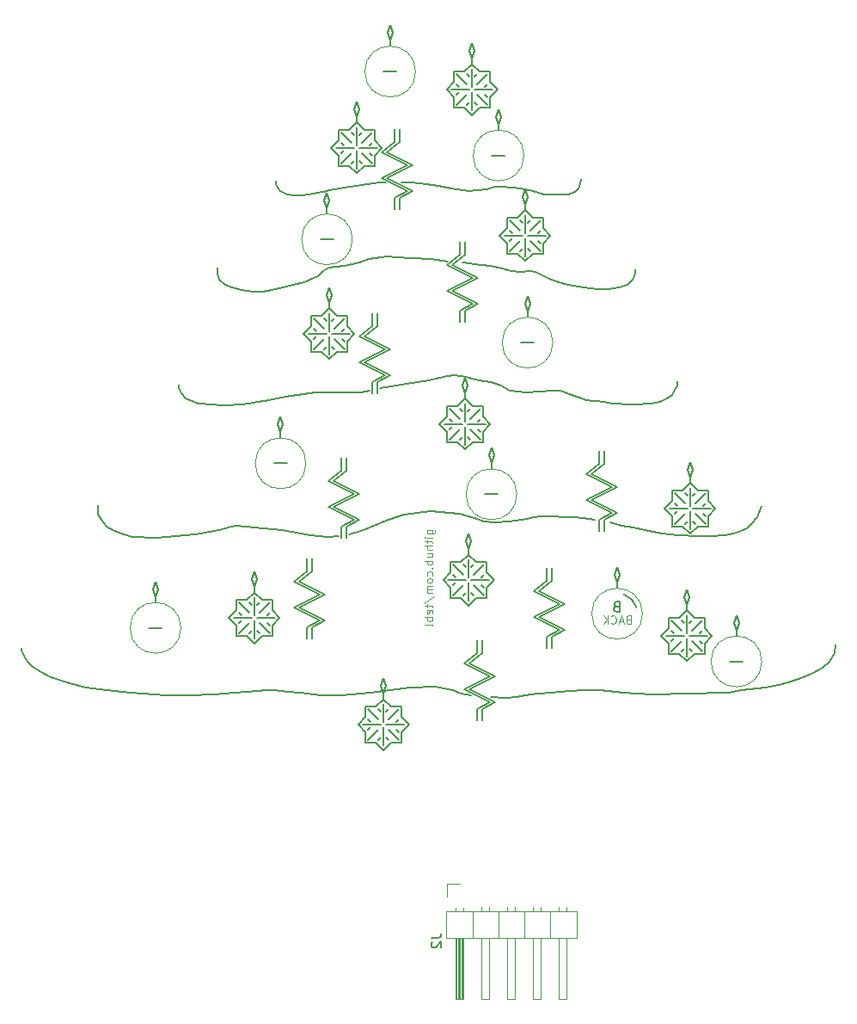
<source format=gbo>
G04 #@! TF.GenerationSoftware,KiCad,Pcbnew,(5.1.5)-3*
G04 #@! TF.CreationDate,2020-10-31T02:18:31+01:00*
G04 #@! TF.ProjectId,Christmas B,43687269-7374-46d6-9173-20422e6b6963,rev?*
G04 #@! TF.SameCoordinates,Original*
G04 #@! TF.FileFunction,Legend,Bot*
G04 #@! TF.FilePolarity,Positive*
%FSLAX46Y46*%
G04 Gerber Fmt 4.6, Leading zero omitted, Abs format (unit mm)*
G04 Created by KiCad (PCBNEW (5.1.5)-3) date 2020-10-31 02:18:32*
%MOMM*%
%LPD*%
G04 APERTURE LIST*
%ADD10C,0.100000*%
%ADD11C,0.200000*%
%ADD12C,0.150000*%
%ADD13C,0.120000*%
G04 APERTURE END LIST*
D10*
X104603571Y-112643190D02*
X105251190Y-112643190D01*
X105327380Y-112605095D01*
X105365476Y-112567000D01*
X105403571Y-112490809D01*
X105403571Y-112376523D01*
X105365476Y-112300333D01*
X105098809Y-112643190D02*
X105136904Y-112567000D01*
X105136904Y-112414619D01*
X105098809Y-112338428D01*
X105060714Y-112300333D01*
X104984523Y-112262238D01*
X104755952Y-112262238D01*
X104679761Y-112300333D01*
X104641666Y-112338428D01*
X104603571Y-112414619D01*
X104603571Y-112567000D01*
X104641666Y-112643190D01*
X105136904Y-113024142D02*
X104603571Y-113024142D01*
X104336904Y-113024142D02*
X104375000Y-112986047D01*
X104413095Y-113024142D01*
X104375000Y-113062238D01*
X104336904Y-113024142D01*
X104413095Y-113024142D01*
X104603571Y-113290809D02*
X104603571Y-113595571D01*
X104336904Y-113405095D02*
X105022619Y-113405095D01*
X105098809Y-113443190D01*
X105136904Y-113519380D01*
X105136904Y-113595571D01*
X105136904Y-113862238D02*
X104336904Y-113862238D01*
X105136904Y-114205095D02*
X104717857Y-114205095D01*
X104641666Y-114167000D01*
X104603571Y-114090809D01*
X104603571Y-113976523D01*
X104641666Y-113900333D01*
X104679761Y-113862238D01*
X104603571Y-114928904D02*
X105136904Y-114928904D01*
X104603571Y-114586047D02*
X105022619Y-114586047D01*
X105098809Y-114624142D01*
X105136904Y-114700333D01*
X105136904Y-114814619D01*
X105098809Y-114890809D01*
X105060714Y-114928904D01*
X105136904Y-115309857D02*
X104336904Y-115309857D01*
X104641666Y-115309857D02*
X104603571Y-115386047D01*
X104603571Y-115538428D01*
X104641666Y-115614619D01*
X104679761Y-115652714D01*
X104755952Y-115690809D01*
X104984523Y-115690809D01*
X105060714Y-115652714D01*
X105098809Y-115614619D01*
X105136904Y-115538428D01*
X105136904Y-115386047D01*
X105098809Y-115309857D01*
X105060714Y-116033666D02*
X105098809Y-116071761D01*
X105136904Y-116033666D01*
X105098809Y-115995571D01*
X105060714Y-116033666D01*
X105136904Y-116033666D01*
X105098809Y-116757476D02*
X105136904Y-116681285D01*
X105136904Y-116528904D01*
X105098809Y-116452714D01*
X105060714Y-116414619D01*
X104984523Y-116376523D01*
X104755952Y-116376523D01*
X104679761Y-116414619D01*
X104641666Y-116452714D01*
X104603571Y-116528904D01*
X104603571Y-116681285D01*
X104641666Y-116757476D01*
X105136904Y-117214619D02*
X105098809Y-117138428D01*
X105060714Y-117100333D01*
X104984523Y-117062238D01*
X104755952Y-117062238D01*
X104679761Y-117100333D01*
X104641666Y-117138428D01*
X104603571Y-117214619D01*
X104603571Y-117328904D01*
X104641666Y-117405095D01*
X104679761Y-117443190D01*
X104755952Y-117481285D01*
X104984523Y-117481285D01*
X105060714Y-117443190D01*
X105098809Y-117405095D01*
X105136904Y-117328904D01*
X105136904Y-117214619D01*
X105136904Y-117824142D02*
X104603571Y-117824142D01*
X104679761Y-117824142D02*
X104641666Y-117862238D01*
X104603571Y-117938428D01*
X104603571Y-118052714D01*
X104641666Y-118128904D01*
X104717857Y-118166999D01*
X105136904Y-118166999D01*
X104717857Y-118166999D02*
X104641666Y-118205095D01*
X104603571Y-118281285D01*
X104603571Y-118395571D01*
X104641666Y-118471761D01*
X104717857Y-118509857D01*
X105136904Y-118509857D01*
X104298809Y-119462238D02*
X105327380Y-118776523D01*
X104603571Y-119614619D02*
X104603571Y-119919380D01*
X104336904Y-119728904D02*
X105022619Y-119728904D01*
X105098809Y-119766999D01*
X105136904Y-119843190D01*
X105136904Y-119919380D01*
X105098809Y-120490809D02*
X105136904Y-120414619D01*
X105136904Y-120262238D01*
X105098809Y-120186047D01*
X105022619Y-120147952D01*
X104717857Y-120147952D01*
X104641666Y-120186047D01*
X104603571Y-120262238D01*
X104603571Y-120414619D01*
X104641666Y-120490809D01*
X104717857Y-120528904D01*
X104794047Y-120528904D01*
X104870238Y-120147952D01*
X105136904Y-120871761D02*
X104336904Y-120871761D01*
X104641666Y-120871761D02*
X104603571Y-120947952D01*
X104603571Y-121100333D01*
X104641666Y-121176523D01*
X104679761Y-121214619D01*
X104755952Y-121252714D01*
X104984523Y-121252714D01*
X105060714Y-121214619D01*
X105098809Y-121176523D01*
X105136904Y-121100333D01*
X105136904Y-120947952D01*
X105098809Y-120871761D01*
X105136904Y-121709857D02*
X105098809Y-121633666D01*
X105022619Y-121595571D01*
X104336904Y-121595571D01*
D11*
X109918500Y-86233000D02*
X108077000Y-85979000D01*
X105346500Y-127698500D02*
X102933500Y-127825500D01*
X107124500Y-128079500D02*
X105346500Y-127698500D01*
X107950000Y-128397000D02*
X107124500Y-128079500D01*
X108902500Y-128587500D02*
X107950000Y-128397000D01*
X112331500Y-128778000D02*
X110871000Y-128714500D01*
X113411000Y-128714500D02*
X112331500Y-128778000D01*
X114236500Y-128587500D02*
X113411000Y-128714500D01*
X114871500Y-128460500D02*
X114236500Y-128587500D01*
X115506500Y-128397000D02*
X114871500Y-128460500D01*
X116840000Y-128270000D02*
X115506500Y-128397000D01*
X118618000Y-128143000D02*
X116840000Y-128270000D01*
X120015000Y-128016000D02*
X118618000Y-128143000D01*
X120777000Y-128016000D02*
X120015000Y-128016000D01*
X121666000Y-128079500D02*
X120777000Y-128016000D01*
X123888500Y-128270000D02*
X121666000Y-128079500D01*
X126746000Y-128460500D02*
X123888500Y-128270000D01*
X130429000Y-128397000D02*
X126746000Y-128460500D01*
X131445000Y-128397000D02*
X130429000Y-128397000D01*
X132778500Y-128333500D02*
X131445000Y-128397000D01*
X133667500Y-128333500D02*
X132778500Y-128333500D01*
X134239000Y-128270000D02*
X133667500Y-128333500D01*
X135636000Y-128079500D02*
X134239000Y-128270000D01*
X137858500Y-127762000D02*
X135636000Y-128079500D01*
X139255500Y-127571500D02*
X137858500Y-127762000D01*
X140144500Y-127254000D02*
X139255500Y-127571500D01*
X141478000Y-126873000D02*
X140144500Y-127254000D01*
X142494000Y-126428500D02*
X141478000Y-126873000D01*
X143573500Y-125857000D02*
X142494000Y-126428500D01*
X144272000Y-125222000D02*
X143573500Y-125857000D01*
X144716500Y-124396500D02*
X144272000Y-125222000D01*
X144716500Y-124396500D02*
X144843500Y-123571000D01*
X99060000Y-128333500D02*
X102933500Y-127825500D01*
X96139000Y-128587500D02*
X99060000Y-128333500D01*
X94107000Y-128524000D02*
X96139000Y-128587500D01*
X93472000Y-128460500D02*
X94107000Y-128524000D01*
X92138500Y-128333500D02*
X93472000Y-128460500D01*
X90868500Y-128206500D02*
X92138500Y-128333500D01*
X89535000Y-128079500D02*
X90868500Y-128206500D01*
X88709500Y-128079500D02*
X89535000Y-128079500D01*
X87947500Y-128143000D02*
X88709500Y-128079500D01*
X84518500Y-128397000D02*
X87947500Y-128143000D01*
X83693000Y-128460500D02*
X84518500Y-128397000D01*
X81089500Y-128524000D02*
X83693000Y-128460500D01*
X80327500Y-128524000D02*
X81089500Y-128524000D01*
X78867000Y-128524000D02*
X80327500Y-128524000D01*
X77787500Y-128460500D02*
X78867000Y-128524000D01*
X75438000Y-128333500D02*
X77787500Y-128460500D01*
X73025000Y-128079500D02*
X75438000Y-128333500D01*
X70993000Y-127762000D02*
X73025000Y-128079500D01*
X69405500Y-127381000D02*
X70993000Y-127762000D01*
X67564000Y-126746000D02*
X69405500Y-127381000D01*
X66611500Y-126301500D02*
X67564000Y-126746000D01*
X65786000Y-125793500D02*
X66611500Y-126301500D01*
X65214500Y-125222000D02*
X65786000Y-125793500D01*
X64960500Y-124841000D02*
X65214500Y-125222000D01*
X64643000Y-124142500D02*
X64960500Y-124841000D01*
X64643000Y-123888500D02*
X64643000Y-124142500D01*
X115125500Y-110998000D02*
X114427000Y-111188500D01*
X115824000Y-110934500D02*
X115125500Y-110998000D01*
X116903500Y-110934500D02*
X115824000Y-110934500D01*
X118237000Y-110998000D02*
X116903500Y-110934500D01*
X119126000Y-111061500D02*
X118237000Y-110998000D01*
X119951500Y-111125000D02*
X119126000Y-111061500D01*
X121094500Y-111252000D02*
X119951500Y-111125000D01*
X123761500Y-111887000D02*
X122618500Y-111569500D01*
X124968000Y-112077500D02*
X123761500Y-111887000D01*
X126047500Y-112331500D02*
X124968000Y-112077500D01*
X127762000Y-112649000D02*
X126047500Y-112331500D01*
X129349500Y-112839500D02*
X127762000Y-112649000D01*
X131445000Y-112903000D02*
X129349500Y-112839500D01*
X132461000Y-112903000D02*
X131445000Y-112903000D01*
X133985000Y-112776000D02*
X132461000Y-112903000D01*
X135128000Y-112585500D02*
X133985000Y-112776000D01*
X135509000Y-112395000D02*
X135128000Y-112585500D01*
X136080500Y-112141000D02*
X135509000Y-112395000D01*
X136525000Y-111696500D02*
X136080500Y-112141000D01*
X137096500Y-111061500D02*
X136525000Y-111696500D01*
X137096500Y-111061500D02*
X137541000Y-109918500D01*
X112776000Y-111442500D02*
X114427000Y-111188500D01*
X111188500Y-111569500D02*
X112776000Y-111442500D01*
X110236000Y-111442500D02*
X111188500Y-111569500D01*
X109283500Y-111125000D02*
X110236000Y-111442500D01*
X107759500Y-110680500D02*
X109283500Y-111125000D01*
X104965500Y-110426500D02*
X107759500Y-110680500D01*
X102362000Y-110744000D02*
X104965500Y-110426500D01*
X100520500Y-111379000D02*
X102362000Y-110744000D01*
X98361500Y-112331500D02*
X100520500Y-111379000D01*
X97472500Y-112585500D02*
X98361500Y-112331500D01*
X96901000Y-112712500D02*
X97472500Y-112585500D01*
X94805500Y-112966500D02*
X95885000Y-112903000D01*
X93091000Y-112776000D02*
X94805500Y-112966500D01*
X90297000Y-112331500D02*
X93091000Y-112776000D01*
X87566500Y-112014000D02*
X90297000Y-112331500D01*
X85852000Y-111887000D02*
X87566500Y-112014000D01*
X85344000Y-111950500D02*
X85852000Y-111887000D01*
X84137500Y-112268000D02*
X85344000Y-111950500D01*
X82232500Y-112649000D02*
X84137500Y-112268000D01*
X81788000Y-112712500D02*
X82232500Y-112649000D01*
X77914500Y-113093500D02*
X81788000Y-112712500D01*
X75565000Y-112966500D02*
X77914500Y-113093500D01*
X74739500Y-112712500D02*
X75565000Y-112966500D01*
X73787000Y-112395000D02*
X74739500Y-112712500D01*
X73025000Y-111950500D02*
X73787000Y-112395000D01*
X72517000Y-111315500D02*
X73025000Y-111950500D01*
X72199500Y-110744000D02*
X72517000Y-111315500D01*
X72199500Y-109855000D02*
X72199500Y-110744000D01*
X107315000Y-97091500D02*
X106553000Y-97155000D01*
X108394500Y-97218500D02*
X107315000Y-97091500D01*
X109728000Y-97536000D02*
X108394500Y-97218500D01*
X110871000Y-97726500D02*
X109728000Y-97536000D01*
X111887000Y-98044000D02*
X110871000Y-97726500D01*
X112776000Y-98552000D02*
X111887000Y-98044000D01*
X114363500Y-98742500D02*
X112776000Y-98552000D01*
X115697000Y-98679000D02*
X114363500Y-98742500D01*
X116840000Y-98552000D02*
X115697000Y-98679000D01*
X117729000Y-98552000D02*
X116840000Y-98552000D01*
X118808500Y-98996500D02*
X117729000Y-98552000D01*
X119570500Y-99250500D02*
X118808500Y-98996500D01*
X120269000Y-99504500D02*
X119570500Y-99250500D01*
X120967500Y-99568000D02*
X120269000Y-99504500D01*
X121285000Y-99568000D02*
X120967500Y-99568000D01*
X121983500Y-99695000D02*
X121285000Y-99568000D01*
X122936000Y-99822000D02*
X121983500Y-99695000D01*
X124650500Y-99949000D02*
X122936000Y-99822000D01*
X124968000Y-99949000D02*
X124650500Y-99949000D01*
X126682500Y-99822000D02*
X124968000Y-99949000D01*
X127444500Y-99695000D02*
X126682500Y-99822000D01*
X127698500Y-99631500D02*
X127444500Y-99695000D01*
X128270000Y-99314000D02*
X127698500Y-99631500D01*
X128714500Y-98996500D02*
X128270000Y-99314000D01*
X129032000Y-98488500D02*
X128714500Y-98996500D01*
X129286000Y-98044000D02*
X129032000Y-98488500D01*
X129286000Y-97663000D02*
X129286000Y-98044000D01*
X104775000Y-97599500D02*
X106553000Y-97155000D01*
X102616000Y-97917000D02*
X104775000Y-97599500D01*
X101092000Y-98171000D02*
X102616000Y-97917000D01*
X99949000Y-98361500D02*
X101092000Y-98171000D01*
X98107500Y-98742500D02*
X98933000Y-98615500D01*
X96075500Y-98742500D02*
X98107500Y-98742500D01*
X93599000Y-98742500D02*
X96075500Y-98742500D01*
X90614500Y-99187000D02*
X93599000Y-98742500D01*
X88646000Y-99568000D02*
X90614500Y-99187000D01*
X87884000Y-99695000D02*
X88646000Y-99568000D01*
X87122000Y-99822000D02*
X87884000Y-99695000D01*
X86233000Y-99949000D02*
X87122000Y-99822000D01*
X84772500Y-100012500D02*
X86233000Y-99949000D01*
X82994500Y-99949000D02*
X84772500Y-100012500D01*
X82550000Y-99885500D02*
X82994500Y-99949000D01*
X82105500Y-99822000D02*
X82550000Y-99885500D01*
X81407000Y-99631500D02*
X82105500Y-99822000D01*
X80835500Y-99314000D02*
X81407000Y-99631500D01*
X80391000Y-98806000D02*
X80835500Y-99314000D01*
X80137000Y-98361500D02*
X80391000Y-98806000D01*
X80137000Y-97980500D02*
X80137000Y-98361500D01*
X125095000Y-86995000D02*
X125095000Y-86614000D01*
X125031500Y-87312500D02*
X125095000Y-86995000D01*
X124841000Y-87693500D02*
X125031500Y-87312500D01*
X124587000Y-87947500D02*
X124841000Y-87693500D01*
X124333000Y-88138000D02*
X124587000Y-87947500D01*
X123507500Y-88455500D02*
X124333000Y-88138000D01*
X122491500Y-88582500D02*
X123507500Y-88455500D01*
X122237500Y-88582500D02*
X122491500Y-88582500D01*
X121412000Y-88582500D02*
X122237500Y-88582500D01*
X120015000Y-88455500D02*
X121412000Y-88582500D01*
X118491000Y-88138000D02*
X120015000Y-88455500D01*
X117602000Y-87884000D02*
X118491000Y-88138000D01*
X116649500Y-87566500D02*
X117602000Y-87884000D01*
X115316000Y-86931500D02*
X116649500Y-87566500D01*
X114808000Y-86804500D02*
X115316000Y-86931500D01*
X113728500Y-86868000D02*
X114808000Y-86804500D01*
X112903000Y-86804500D02*
X113728500Y-86868000D01*
X111950500Y-86550500D02*
X112903000Y-86804500D01*
X110871000Y-86296500D02*
X111950500Y-86550500D01*
X109918500Y-86233000D02*
X110871000Y-86296500D01*
X105029000Y-85661500D02*
X106616500Y-85852000D01*
X103060500Y-85534500D02*
X105029000Y-85661500D01*
X101600000Y-85471000D02*
X103060500Y-85534500D01*
X100711000Y-85407500D02*
X101600000Y-85471000D01*
X100012500Y-85471000D02*
X100711000Y-85407500D01*
X98869500Y-85661500D02*
X100012500Y-85471000D01*
X97917000Y-85979000D02*
X98869500Y-85661500D01*
X96520000Y-86296500D02*
X97917000Y-85979000D01*
X95567500Y-86360000D02*
X96520000Y-86296500D01*
X94932500Y-86487000D02*
X95567500Y-86360000D01*
X94488000Y-86741000D02*
X94932500Y-86487000D01*
X94107000Y-87058500D02*
X94488000Y-86741000D01*
X93853000Y-87312500D02*
X94107000Y-87058500D01*
X93408500Y-87503000D02*
X93853000Y-87312500D01*
X92519500Y-87884000D02*
X93408500Y-87503000D01*
X91440000Y-88201500D02*
X92519500Y-87884000D01*
X90424000Y-88455500D02*
X91440000Y-88201500D01*
X89281000Y-88709500D02*
X90424000Y-88455500D01*
X88455500Y-88836500D02*
X89281000Y-88709500D01*
X87439500Y-88836500D02*
X88455500Y-88836500D01*
X86296500Y-88646000D02*
X87439500Y-88836500D01*
X85407500Y-88455500D02*
X86296500Y-88646000D01*
X84709000Y-88201500D02*
X85407500Y-88455500D01*
X84137500Y-87630000D02*
X84709000Y-88201500D01*
X83947000Y-87058500D02*
X84137500Y-87630000D01*
X83947000Y-86487000D02*
X83947000Y-87058500D01*
X119697500Y-78295500D02*
X119761000Y-77787500D01*
X119507000Y-78676500D02*
X119697500Y-78295500D01*
X119189500Y-78994000D02*
X119507000Y-78676500D01*
X118491000Y-79248000D02*
X119189500Y-78994000D01*
X117919500Y-79311500D02*
X118491000Y-79248000D01*
X116840000Y-79311500D02*
X117919500Y-79311500D01*
X116141500Y-79248000D02*
X116840000Y-79311500D01*
X115062000Y-78930500D02*
X116141500Y-79248000D01*
X113855500Y-78676500D02*
X115062000Y-78930500D01*
X112077500Y-78549500D02*
X113855500Y-78676500D01*
X111315500Y-78549500D02*
X112077500Y-78549500D01*
X110426500Y-78740000D02*
X111315500Y-78549500D01*
X108712000Y-78930500D02*
X110426500Y-78740000D01*
X106997500Y-78676500D02*
X108712000Y-78930500D01*
X105727500Y-78422500D02*
X106997500Y-78676500D01*
X104521000Y-78232000D02*
X105727500Y-78422500D01*
X103124000Y-78105000D02*
X104521000Y-78232000D01*
X102044500Y-78105000D02*
X103124000Y-78105000D01*
X99885500Y-78105000D02*
X100520500Y-78105000D01*
X96520000Y-78613000D02*
X99885500Y-78105000D01*
X94932500Y-78867000D02*
X96520000Y-78613000D01*
X94488000Y-78994000D02*
X94932500Y-78867000D01*
X94170500Y-79057500D02*
X94488000Y-78994000D01*
X93027500Y-79311500D02*
X94170500Y-79057500D01*
X92138500Y-79375000D02*
X93027500Y-79311500D01*
X91503500Y-79375000D02*
X92138500Y-79375000D01*
X90805000Y-79311500D02*
X91503500Y-79375000D01*
X90170000Y-78930500D02*
X90805000Y-79311500D01*
X89852500Y-78613000D02*
X90170000Y-78930500D01*
X89725500Y-78232000D02*
X89852500Y-78613000D01*
X89725500Y-77914500D02*
X89725500Y-78232000D01*
D12*
X123953002Y-118618334D02*
G75*
G02X125222000Y-119888000I-636001J-1904665D01*
G01*
D10*
X125817000Y-120523000D02*
G75*
G03X125817000Y-120523000I-2500000J0D01*
G01*
D12*
X123317000Y-115951000D02*
X123063000Y-116713000D01*
X123063000Y-116713000D02*
X123317000Y-117475000D01*
X123317000Y-117475000D02*
X123571000Y-116713000D01*
X123571000Y-116713000D02*
X123317000Y-115951000D01*
X123317000Y-117983000D02*
X123317000Y-117475000D01*
X108712000Y-114681000D02*
X108712000Y-114173000D01*
X108712000Y-114173000D02*
X108966000Y-113411000D01*
X108966000Y-113411000D02*
X108712000Y-112649000D01*
X108712000Y-112649000D02*
X108458000Y-113411000D01*
X108458000Y-113411000D02*
X108712000Y-114173000D01*
X110490000Y-116459000D02*
X111212000Y-117221000D01*
X111212000Y-117221000D02*
X110490000Y-117983000D01*
X108712000Y-119721000D02*
X107950000Y-118999000D01*
X107950000Y-115443000D02*
X108712000Y-114721000D01*
X110490000Y-115443000D02*
X109474000Y-115443000D01*
X106934000Y-115443000D02*
X106934000Y-116459000D01*
X109474000Y-118999000D02*
X110490000Y-118999000D01*
X110490000Y-116459000D02*
X110490000Y-115443000D01*
X110490000Y-117983000D02*
X110490000Y-118999000D01*
X106934000Y-117983000D02*
X106934000Y-118999000D01*
X106934000Y-117983000D02*
X106212000Y-117221000D01*
X106934000Y-116459000D02*
X106212000Y-117221000D01*
X108712000Y-119721000D02*
X109474000Y-118999000D01*
X107950000Y-118999000D02*
X106934000Y-118999000D01*
X108712000Y-114721000D02*
X109474000Y-115443000D01*
X107950000Y-115443000D02*
X106934000Y-115443000D01*
X108712000Y-117475000D02*
X108712000Y-119253000D01*
X110744000Y-117221000D02*
X108966000Y-117221000D01*
X108458000Y-117221000D02*
X106680000Y-117221000D01*
X108712000Y-116967000D02*
X108712000Y-115189000D01*
X110236000Y-115697000D02*
X109220000Y-116713000D01*
X108204000Y-116713000D02*
X107188000Y-115697000D01*
X108204000Y-117729000D02*
X107188000Y-118745000D01*
X109220000Y-117729000D02*
X110236000Y-118745000D01*
X109220000Y-115697000D02*
X108966000Y-115951000D01*
X108458000Y-115951000D02*
X108204000Y-115697000D01*
X109220000Y-118745000D02*
X108966000Y-118491000D01*
X108458000Y-118491000D02*
X108204000Y-118745000D01*
X109982000Y-116967000D02*
X110236000Y-116713000D01*
X109982000Y-117729000D02*
X110236000Y-117983000D01*
X107188000Y-116713000D02*
X107442000Y-116967000D01*
X107188000Y-117729000D02*
X107442000Y-117475000D01*
X94043500Y-121158000D02*
X92773500Y-121828000D01*
X91503500Y-119888000D02*
X94043500Y-121158000D01*
X93281500Y-116332000D02*
X92011500Y-117348000D01*
X92773500Y-116332000D02*
X92773500Y-115062000D01*
X92011500Y-119888000D02*
X94551500Y-121158000D01*
X92011500Y-117348000D02*
X94551500Y-118618000D01*
X94551500Y-121158000D02*
X93281500Y-121828000D01*
X94551500Y-118618000D02*
X92011500Y-119888000D01*
X94043500Y-118618000D02*
X91503500Y-119888000D01*
X92773500Y-121828000D02*
X92773500Y-122936000D01*
X92773500Y-116332000D02*
X91503500Y-117348000D01*
X93281500Y-116332000D02*
X93281500Y-115062000D01*
X91503500Y-117348000D02*
X94043500Y-118618000D01*
X93281500Y-121828000D02*
X93281500Y-122936000D01*
X87566500Y-118427500D02*
X87566500Y-117919500D01*
X87566500Y-117919500D02*
X87820500Y-117157500D01*
X87820500Y-117157500D02*
X87566500Y-116395500D01*
X87566500Y-116395500D02*
X87312500Y-117157500D01*
X87312500Y-117157500D02*
X87566500Y-117919500D01*
X89344500Y-120205500D02*
X90066500Y-120967500D01*
X90066500Y-120967500D02*
X89344500Y-121729500D01*
X87566500Y-123467500D02*
X86804500Y-122745500D01*
X86804500Y-119189500D02*
X87566500Y-118467500D01*
X89344500Y-119189500D02*
X88328500Y-119189500D01*
X85788500Y-119189500D02*
X85788500Y-120205500D01*
X88328500Y-122745500D02*
X89344500Y-122745500D01*
X89344500Y-120205500D02*
X89344500Y-119189500D01*
X89344500Y-121729500D02*
X89344500Y-122745500D01*
X85788500Y-121729500D02*
X85788500Y-122745500D01*
X85788500Y-121729500D02*
X85066500Y-120967500D01*
X85788500Y-120205500D02*
X85066500Y-120967500D01*
X87566500Y-123467500D02*
X88328500Y-122745500D01*
X86804500Y-122745500D02*
X85788500Y-122745500D01*
X87566500Y-118467500D02*
X88328500Y-119189500D01*
X86804500Y-119189500D02*
X85788500Y-119189500D01*
X87566500Y-121221500D02*
X87566500Y-122999500D01*
X89598500Y-120967500D02*
X87820500Y-120967500D01*
X87312500Y-120967500D02*
X85534500Y-120967500D01*
X87566500Y-120713500D02*
X87566500Y-118935500D01*
X89090500Y-119443500D02*
X88074500Y-120459500D01*
X87058500Y-120459500D02*
X86042500Y-119443500D01*
X87058500Y-121475500D02*
X86042500Y-122491500D01*
X88074500Y-121475500D02*
X89090500Y-122491500D01*
X88074500Y-119443500D02*
X87820500Y-119697500D01*
X87312500Y-119697500D02*
X87058500Y-119443500D01*
X88074500Y-122491500D02*
X87820500Y-122237500D01*
X87312500Y-122237500D02*
X87058500Y-122491500D01*
X88836500Y-120713500D02*
X89090500Y-120459500D01*
X88836500Y-121475500D02*
X89090500Y-121729500D01*
X86042500Y-120459500D02*
X86296500Y-120713500D01*
X86042500Y-121475500D02*
X86296500Y-121221500D01*
X102679500Y-78930500D02*
X101409500Y-79600500D01*
X100139500Y-77660500D02*
X102679500Y-78930500D01*
X101917500Y-74104500D02*
X100647500Y-75120500D01*
X101409500Y-74104500D02*
X101409500Y-72834500D01*
X100647500Y-77660500D02*
X103187500Y-78930500D01*
X100647500Y-75120500D02*
X103187500Y-76390500D01*
X103187500Y-78930500D02*
X101917500Y-79600500D01*
X103187500Y-76390500D02*
X100647500Y-77660500D01*
X102679500Y-76390500D02*
X100139500Y-77660500D01*
X101409500Y-79600500D02*
X101409500Y-80708500D01*
X101409500Y-74104500D02*
X100139500Y-75120500D01*
X101917500Y-74104500D02*
X101917500Y-72834500D01*
X100139500Y-75120500D02*
X102679500Y-76390500D01*
X101917500Y-79600500D02*
X101917500Y-80708500D01*
X109029500Y-66421000D02*
X109029500Y-65913000D01*
X109029500Y-65913000D02*
X109283500Y-65151000D01*
X109283500Y-65151000D02*
X109029500Y-64389000D01*
X109029500Y-64389000D02*
X108775500Y-65151000D01*
X108775500Y-65151000D02*
X109029500Y-65913000D01*
X110807500Y-68199000D02*
X111529500Y-68961000D01*
X111529500Y-68961000D02*
X110807500Y-69723000D01*
X109029500Y-71461000D02*
X108267500Y-70739000D01*
X108267500Y-67183000D02*
X109029500Y-66461000D01*
X110807500Y-67183000D02*
X109791500Y-67183000D01*
X107251500Y-67183000D02*
X107251500Y-68199000D01*
X109791500Y-70739000D02*
X110807500Y-70739000D01*
X110807500Y-68199000D02*
X110807500Y-67183000D01*
X110807500Y-69723000D02*
X110807500Y-70739000D01*
X107251500Y-69723000D02*
X107251500Y-70739000D01*
X107251500Y-69723000D02*
X106529500Y-68961000D01*
X107251500Y-68199000D02*
X106529500Y-68961000D01*
X109029500Y-71461000D02*
X109791500Y-70739000D01*
X108267500Y-70739000D02*
X107251500Y-70739000D01*
X109029500Y-66461000D02*
X109791500Y-67183000D01*
X108267500Y-67183000D02*
X107251500Y-67183000D01*
X109029500Y-69215000D02*
X109029500Y-70993000D01*
X111061500Y-68961000D02*
X109283500Y-68961000D01*
X108775500Y-68961000D02*
X106997500Y-68961000D01*
X109029500Y-68707000D02*
X109029500Y-66929000D01*
X110553500Y-67437000D02*
X109537500Y-68453000D01*
X108521500Y-68453000D02*
X107505500Y-67437000D01*
X108521500Y-69469000D02*
X107505500Y-70485000D01*
X109537500Y-69469000D02*
X110553500Y-70485000D01*
X109537500Y-67437000D02*
X109283500Y-67691000D01*
X108775500Y-67691000D02*
X108521500Y-67437000D01*
X109537500Y-70485000D02*
X109283500Y-70231000D01*
X108775500Y-70231000D02*
X108521500Y-70485000D01*
X110299500Y-68707000D02*
X110553500Y-68453000D01*
X110299500Y-69469000D02*
X110553500Y-69723000D01*
X107505500Y-68453000D02*
X107759500Y-68707000D01*
X107505500Y-69469000D02*
X107759500Y-69215000D01*
X96139000Y-75184000D02*
X96393000Y-74930000D01*
X96139000Y-74168000D02*
X96393000Y-74422000D01*
X98933000Y-75184000D02*
X99187000Y-75438000D01*
X98933000Y-74422000D02*
X99187000Y-74168000D01*
X97409000Y-75946000D02*
X97155000Y-76200000D01*
X98171000Y-76200000D02*
X97917000Y-75946000D01*
X97409000Y-73406000D02*
X97155000Y-73152000D01*
X98171000Y-73152000D02*
X97917000Y-73406000D01*
X98171000Y-75184000D02*
X99187000Y-76200000D01*
X97155000Y-75184000D02*
X96139000Y-76200000D01*
X97155000Y-74168000D02*
X96139000Y-73152000D01*
X99187000Y-73152000D02*
X98171000Y-74168000D01*
X97663000Y-74422000D02*
X97663000Y-72644000D01*
X97409000Y-74676000D02*
X95631000Y-74676000D01*
X99695000Y-74676000D02*
X97917000Y-74676000D01*
X97663000Y-74930000D02*
X97663000Y-76708000D01*
X96901000Y-72898000D02*
X95885000Y-72898000D01*
X97663000Y-72176000D02*
X98425000Y-72898000D01*
X96901000Y-76454000D02*
X95885000Y-76454000D01*
X97663000Y-77176000D02*
X98425000Y-76454000D01*
X95885000Y-73914000D02*
X95163000Y-74676000D01*
X95885000Y-75438000D02*
X95163000Y-74676000D01*
X95885000Y-75438000D02*
X95885000Y-76454000D01*
X99441000Y-75438000D02*
X99441000Y-76454000D01*
X99441000Y-73914000D02*
X99441000Y-72898000D01*
X98425000Y-76454000D02*
X99441000Y-76454000D01*
X95885000Y-72898000D02*
X95885000Y-73914000D01*
X99441000Y-72898000D02*
X98425000Y-72898000D01*
X96901000Y-72898000D02*
X97663000Y-72176000D01*
X97663000Y-77176000D02*
X96901000Y-76454000D01*
X100163000Y-74676000D02*
X99441000Y-75438000D01*
X99441000Y-73914000D02*
X100163000Y-74676000D01*
X97409000Y-70866000D02*
X97663000Y-71628000D01*
X97663000Y-70104000D02*
X97409000Y-70866000D01*
X97917000Y-70866000D02*
X97663000Y-70104000D01*
X97663000Y-71628000D02*
X97917000Y-70866000D01*
X97663000Y-72136000D02*
X97663000Y-71628000D01*
X128651000Y-123190000D02*
X128905000Y-122936000D01*
X128651000Y-122174000D02*
X128905000Y-122428000D01*
X131445000Y-123190000D02*
X131699000Y-123444000D01*
X131445000Y-122428000D02*
X131699000Y-122174000D01*
X129921000Y-123952000D02*
X129667000Y-124206000D01*
X130683000Y-124206000D02*
X130429000Y-123952000D01*
X129921000Y-121412000D02*
X129667000Y-121158000D01*
X130683000Y-121158000D02*
X130429000Y-121412000D01*
X130683000Y-123190000D02*
X131699000Y-124206000D01*
X129667000Y-123190000D02*
X128651000Y-124206000D01*
X129667000Y-122174000D02*
X128651000Y-121158000D01*
X131699000Y-121158000D02*
X130683000Y-122174000D01*
X130175000Y-122428000D02*
X130175000Y-120650000D01*
X129921000Y-122682000D02*
X128143000Y-122682000D01*
X132207000Y-122682000D02*
X130429000Y-122682000D01*
X130175000Y-122936000D02*
X130175000Y-124714000D01*
X129413000Y-120904000D02*
X128397000Y-120904000D01*
X130175000Y-120182000D02*
X130937000Y-120904000D01*
X129413000Y-124460000D02*
X128397000Y-124460000D01*
X130175000Y-125182000D02*
X130937000Y-124460000D01*
X128397000Y-121920000D02*
X127675000Y-122682000D01*
X128397000Y-123444000D02*
X127675000Y-122682000D01*
X128397000Y-123444000D02*
X128397000Y-124460000D01*
X131953000Y-123444000D02*
X131953000Y-124460000D01*
X131953000Y-121920000D02*
X131953000Y-120904000D01*
X130937000Y-124460000D02*
X131953000Y-124460000D01*
X128397000Y-120904000D02*
X128397000Y-121920000D01*
X131953000Y-120904000D02*
X130937000Y-120904000D01*
X129413000Y-120904000D02*
X130175000Y-120182000D01*
X130175000Y-125182000D02*
X129413000Y-124460000D01*
X132675000Y-122682000D02*
X131953000Y-123444000D01*
X131953000Y-121920000D02*
X132675000Y-122682000D01*
X129921000Y-118872000D02*
X130175000Y-119634000D01*
X130175000Y-118110000D02*
X129921000Y-118872000D01*
X130429000Y-118872000D02*
X130175000Y-118110000D01*
X130175000Y-119634000D02*
X130429000Y-118872000D01*
X130175000Y-120142000D02*
X130175000Y-119634000D01*
X98806000Y-131953000D02*
X99060000Y-131699000D01*
X98806000Y-130937000D02*
X99060000Y-131191000D01*
X101600000Y-131953000D02*
X101854000Y-132207000D01*
X101600000Y-131191000D02*
X101854000Y-130937000D01*
X100076000Y-132715000D02*
X99822000Y-132969000D01*
X100838000Y-132969000D02*
X100584000Y-132715000D01*
X100076000Y-130175000D02*
X99822000Y-129921000D01*
X100838000Y-129921000D02*
X100584000Y-130175000D01*
X100838000Y-131953000D02*
X101854000Y-132969000D01*
X99822000Y-131953000D02*
X98806000Y-132969000D01*
X99822000Y-130937000D02*
X98806000Y-129921000D01*
X101854000Y-129921000D02*
X100838000Y-130937000D01*
X100330000Y-131191000D02*
X100330000Y-129413000D01*
X100076000Y-131445000D02*
X98298000Y-131445000D01*
X102362000Y-131445000D02*
X100584000Y-131445000D01*
X100330000Y-131699000D02*
X100330000Y-133477000D01*
X99568000Y-129667000D02*
X98552000Y-129667000D01*
X100330000Y-128945000D02*
X101092000Y-129667000D01*
X99568000Y-133223000D02*
X98552000Y-133223000D01*
X100330000Y-133945000D02*
X101092000Y-133223000D01*
X98552000Y-130683000D02*
X97830000Y-131445000D01*
X98552000Y-132207000D02*
X97830000Y-131445000D01*
X98552000Y-132207000D02*
X98552000Y-133223000D01*
X102108000Y-132207000D02*
X102108000Y-133223000D01*
X102108000Y-130683000D02*
X102108000Y-129667000D01*
X101092000Y-133223000D02*
X102108000Y-133223000D01*
X98552000Y-129667000D02*
X98552000Y-130683000D01*
X102108000Y-129667000D02*
X101092000Y-129667000D01*
X99568000Y-129667000D02*
X100330000Y-128945000D01*
X100330000Y-133945000D02*
X99568000Y-133223000D01*
X102830000Y-131445000D02*
X102108000Y-132207000D01*
X102108000Y-130683000D02*
X102830000Y-131445000D01*
X100076000Y-127635000D02*
X100330000Y-128397000D01*
X100330000Y-126873000D02*
X100076000Y-127635000D01*
X100584000Y-127635000D02*
X100330000Y-126873000D01*
X100330000Y-128397000D02*
X100584000Y-127635000D01*
X100330000Y-128905000D02*
X100330000Y-128397000D01*
X93408500Y-93472000D02*
X93662500Y-93218000D01*
X93408500Y-92456000D02*
X93662500Y-92710000D01*
X96202500Y-93472000D02*
X96456500Y-93726000D01*
X96202500Y-92710000D02*
X96456500Y-92456000D01*
X94678500Y-94234000D02*
X94424500Y-94488000D01*
X95440500Y-94488000D02*
X95186500Y-94234000D01*
X94678500Y-91694000D02*
X94424500Y-91440000D01*
X95440500Y-91440000D02*
X95186500Y-91694000D01*
X95440500Y-93472000D02*
X96456500Y-94488000D01*
X94424500Y-93472000D02*
X93408500Y-94488000D01*
X94424500Y-92456000D02*
X93408500Y-91440000D01*
X96456500Y-91440000D02*
X95440500Y-92456000D01*
X94932500Y-92710000D02*
X94932500Y-90932000D01*
X94678500Y-92964000D02*
X92900500Y-92964000D01*
X96964500Y-92964000D02*
X95186500Y-92964000D01*
X94932500Y-93218000D02*
X94932500Y-94996000D01*
X94170500Y-91186000D02*
X93154500Y-91186000D01*
X94932500Y-90464000D02*
X95694500Y-91186000D01*
X94170500Y-94742000D02*
X93154500Y-94742000D01*
X94932500Y-95464000D02*
X95694500Y-94742000D01*
X93154500Y-92202000D02*
X92432500Y-92964000D01*
X93154500Y-93726000D02*
X92432500Y-92964000D01*
X93154500Y-93726000D02*
X93154500Y-94742000D01*
X96710500Y-93726000D02*
X96710500Y-94742000D01*
X96710500Y-92202000D02*
X96710500Y-91186000D01*
X95694500Y-94742000D02*
X96710500Y-94742000D01*
X93154500Y-91186000D02*
X93154500Y-92202000D01*
X96710500Y-91186000D02*
X95694500Y-91186000D01*
X94170500Y-91186000D02*
X94932500Y-90464000D01*
X94932500Y-95464000D02*
X94170500Y-94742000D01*
X97432500Y-92964000D02*
X96710500Y-93726000D01*
X96710500Y-92202000D02*
X97432500Y-92964000D01*
X94678500Y-89154000D02*
X94932500Y-89916000D01*
X94932500Y-88392000D02*
X94678500Y-89154000D01*
X95186500Y-89154000D02*
X94932500Y-88392000D01*
X94932500Y-89916000D02*
X95186500Y-89154000D01*
X94932500Y-90424000D02*
X94932500Y-89916000D01*
X128968500Y-110680500D02*
X129222500Y-110426500D01*
X128968500Y-109664500D02*
X129222500Y-109918500D01*
X131762500Y-110680500D02*
X132016500Y-110934500D01*
X131762500Y-109918500D02*
X132016500Y-109664500D01*
X130238500Y-111442500D02*
X129984500Y-111696500D01*
X131000500Y-111696500D02*
X130746500Y-111442500D01*
X130238500Y-108902500D02*
X129984500Y-108648500D01*
X131000500Y-108648500D02*
X130746500Y-108902500D01*
X131000500Y-110680500D02*
X132016500Y-111696500D01*
X129984500Y-110680500D02*
X128968500Y-111696500D01*
X129984500Y-109664500D02*
X128968500Y-108648500D01*
X132016500Y-108648500D02*
X131000500Y-109664500D01*
X130492500Y-109918500D02*
X130492500Y-108140500D01*
X130238500Y-110172500D02*
X128460500Y-110172500D01*
X132524500Y-110172500D02*
X130746500Y-110172500D01*
X130492500Y-110426500D02*
X130492500Y-112204500D01*
X129730500Y-108394500D02*
X128714500Y-108394500D01*
X130492500Y-107672500D02*
X131254500Y-108394500D01*
X129730500Y-111950500D02*
X128714500Y-111950500D01*
X130492500Y-112672500D02*
X131254500Y-111950500D01*
X128714500Y-109410500D02*
X127992500Y-110172500D01*
X128714500Y-110934500D02*
X127992500Y-110172500D01*
X128714500Y-110934500D02*
X128714500Y-111950500D01*
X132270500Y-110934500D02*
X132270500Y-111950500D01*
X132270500Y-109410500D02*
X132270500Y-108394500D01*
X131254500Y-111950500D02*
X132270500Y-111950500D01*
X128714500Y-108394500D02*
X128714500Y-109410500D01*
X132270500Y-108394500D02*
X131254500Y-108394500D01*
X129730500Y-108394500D02*
X130492500Y-107672500D01*
X130492500Y-112672500D02*
X129730500Y-111950500D01*
X132992500Y-110172500D02*
X132270500Y-110934500D01*
X132270500Y-109410500D02*
X132992500Y-110172500D01*
X130238500Y-106362500D02*
X130492500Y-107124500D01*
X130492500Y-105600500D02*
X130238500Y-106362500D01*
X130746500Y-106362500D02*
X130492500Y-105600500D01*
X130492500Y-107124500D02*
X130746500Y-106362500D01*
X130492500Y-107632500D02*
X130492500Y-107124500D01*
X106807000Y-102362000D02*
X107061000Y-102108000D01*
X106807000Y-101346000D02*
X107061000Y-101600000D01*
X109601000Y-102362000D02*
X109855000Y-102616000D01*
X109601000Y-101600000D02*
X109855000Y-101346000D01*
X108077000Y-103124000D02*
X107823000Y-103378000D01*
X108839000Y-103378000D02*
X108585000Y-103124000D01*
X108077000Y-100584000D02*
X107823000Y-100330000D01*
X108839000Y-100330000D02*
X108585000Y-100584000D01*
X108839000Y-102362000D02*
X109855000Y-103378000D01*
X107823000Y-102362000D02*
X106807000Y-103378000D01*
X107823000Y-101346000D02*
X106807000Y-100330000D01*
X109855000Y-100330000D02*
X108839000Y-101346000D01*
X108331000Y-101600000D02*
X108331000Y-99822000D01*
X108077000Y-101854000D02*
X106299000Y-101854000D01*
X110363000Y-101854000D02*
X108585000Y-101854000D01*
X108331000Y-102108000D02*
X108331000Y-103886000D01*
X107569000Y-100076000D02*
X106553000Y-100076000D01*
X108331000Y-99354000D02*
X109093000Y-100076000D01*
X107569000Y-103632000D02*
X106553000Y-103632000D01*
X108331000Y-104354000D02*
X109093000Y-103632000D01*
X106553000Y-101092000D02*
X105831000Y-101854000D01*
X106553000Y-102616000D02*
X105831000Y-101854000D01*
X106553000Y-102616000D02*
X106553000Y-103632000D01*
X110109000Y-102616000D02*
X110109000Y-103632000D01*
X110109000Y-101092000D02*
X110109000Y-100076000D01*
X109093000Y-103632000D02*
X110109000Y-103632000D01*
X106553000Y-100076000D02*
X106553000Y-101092000D01*
X110109000Y-100076000D02*
X109093000Y-100076000D01*
X107569000Y-100076000D02*
X108331000Y-99354000D01*
X108331000Y-104354000D02*
X107569000Y-103632000D01*
X110831000Y-101854000D02*
X110109000Y-102616000D01*
X110109000Y-101092000D02*
X110831000Y-101854000D01*
X108077000Y-98044000D02*
X108331000Y-98806000D01*
X108331000Y-97282000D02*
X108077000Y-98044000D01*
X108585000Y-98044000D02*
X108331000Y-97282000D01*
X108331000Y-98806000D02*
X108585000Y-98044000D01*
X108331000Y-99314000D02*
X108331000Y-98806000D01*
X114236500Y-80772000D02*
X114236500Y-80264000D01*
X114236500Y-80264000D02*
X114490500Y-79502000D01*
X114490500Y-79502000D02*
X114236500Y-78740000D01*
X114236500Y-78740000D02*
X113982500Y-79502000D01*
X113982500Y-79502000D02*
X114236500Y-80264000D01*
X116014500Y-82550000D02*
X116736500Y-83312000D01*
X116736500Y-83312000D02*
X116014500Y-84074000D01*
X114236500Y-85812000D02*
X113474500Y-85090000D01*
X113474500Y-81534000D02*
X114236500Y-80812000D01*
X116014500Y-81534000D02*
X114998500Y-81534000D01*
X112458500Y-81534000D02*
X112458500Y-82550000D01*
X114998500Y-85090000D02*
X116014500Y-85090000D01*
X116014500Y-82550000D02*
X116014500Y-81534000D01*
X116014500Y-84074000D02*
X116014500Y-85090000D01*
X112458500Y-84074000D02*
X112458500Y-85090000D01*
X112458500Y-84074000D02*
X111736500Y-83312000D01*
X112458500Y-82550000D02*
X111736500Y-83312000D01*
X114236500Y-85812000D02*
X114998500Y-85090000D01*
X113474500Y-85090000D02*
X112458500Y-85090000D01*
X114236500Y-80812000D02*
X114998500Y-81534000D01*
X113474500Y-81534000D02*
X112458500Y-81534000D01*
X114236500Y-83566000D02*
X114236500Y-85344000D01*
X116268500Y-83312000D02*
X114490500Y-83312000D01*
X113982500Y-83312000D02*
X112204500Y-83312000D01*
X114236500Y-83058000D02*
X114236500Y-81280000D01*
X115760500Y-81788000D02*
X114744500Y-82804000D01*
X113728500Y-82804000D02*
X112712500Y-81788000D01*
X113728500Y-83820000D02*
X112712500Y-84836000D01*
X114744500Y-83820000D02*
X115760500Y-84836000D01*
X114744500Y-81788000D02*
X114490500Y-82042000D01*
X113982500Y-82042000D02*
X113728500Y-81788000D01*
X114744500Y-84836000D02*
X114490500Y-84582000D01*
X113982500Y-84582000D02*
X113728500Y-84836000D01*
X115506500Y-83058000D02*
X115760500Y-82804000D01*
X115506500Y-83820000D02*
X115760500Y-84074000D01*
X112712500Y-82804000D02*
X112966500Y-83058000D01*
X112712500Y-83820000D02*
X112966500Y-83566000D01*
X100457000Y-97028000D02*
X99187000Y-97698000D01*
X97917000Y-95758000D02*
X100457000Y-97028000D01*
X99695000Y-92202000D02*
X98425000Y-93218000D01*
X99187000Y-92202000D02*
X99187000Y-90932000D01*
X98425000Y-95758000D02*
X100965000Y-97028000D01*
X98425000Y-93218000D02*
X100965000Y-94488000D01*
X100965000Y-97028000D02*
X99695000Y-97698000D01*
X100965000Y-94488000D02*
X98425000Y-95758000D01*
X100457000Y-94488000D02*
X97917000Y-95758000D01*
X99187000Y-97698000D02*
X99187000Y-98806000D01*
X99187000Y-92202000D02*
X97917000Y-93218000D01*
X99695000Y-92202000D02*
X99695000Y-90932000D01*
X97917000Y-93218000D02*
X100457000Y-94488000D01*
X99695000Y-97698000D02*
X99695000Y-98806000D01*
X97409000Y-111252000D02*
X96139000Y-111922000D01*
X94869000Y-109982000D02*
X97409000Y-111252000D01*
X96647000Y-106426000D02*
X95377000Y-107442000D01*
X96139000Y-106426000D02*
X96139000Y-105156000D01*
X95377000Y-109982000D02*
X97917000Y-111252000D01*
X95377000Y-107442000D02*
X97917000Y-108712000D01*
X97917000Y-111252000D02*
X96647000Y-111922000D01*
X97917000Y-108712000D02*
X95377000Y-109982000D01*
X97409000Y-108712000D02*
X94869000Y-109982000D01*
X96139000Y-111922000D02*
X96139000Y-113030000D01*
X96139000Y-106426000D02*
X94869000Y-107442000D01*
X96647000Y-106426000D02*
X96647000Y-105156000D01*
X94869000Y-107442000D02*
X97409000Y-108712000D01*
X96647000Y-111922000D02*
X96647000Y-113030000D01*
X109093000Y-90043000D02*
X107823000Y-90713000D01*
X106553000Y-88773000D02*
X109093000Y-90043000D01*
X108331000Y-85217000D02*
X107061000Y-86233000D01*
X107823000Y-85217000D02*
X107823000Y-83947000D01*
X107061000Y-88773000D02*
X109601000Y-90043000D01*
X107061000Y-86233000D02*
X109601000Y-87503000D01*
X109601000Y-90043000D02*
X108331000Y-90713000D01*
X109601000Y-87503000D02*
X107061000Y-88773000D01*
X109093000Y-87503000D02*
X106553000Y-88773000D01*
X107823000Y-90713000D02*
X107823000Y-91821000D01*
X107823000Y-85217000D02*
X106553000Y-86233000D01*
X108331000Y-85217000D02*
X108331000Y-83947000D01*
X106553000Y-86233000D02*
X109093000Y-87503000D01*
X108331000Y-90713000D02*
X108331000Y-91821000D01*
X122809000Y-110617000D02*
X121539000Y-111287000D01*
X120269000Y-109347000D02*
X122809000Y-110617000D01*
X122047000Y-105791000D02*
X120777000Y-106807000D01*
X121539000Y-105791000D02*
X121539000Y-104521000D01*
X120777000Y-109347000D02*
X123317000Y-110617000D01*
X120777000Y-106807000D02*
X123317000Y-108077000D01*
X123317000Y-110617000D02*
X122047000Y-111287000D01*
X123317000Y-108077000D02*
X120777000Y-109347000D01*
X122809000Y-108077000D02*
X120269000Y-109347000D01*
X121539000Y-111287000D02*
X121539000Y-112395000D01*
X121539000Y-105791000D02*
X120269000Y-106807000D01*
X122047000Y-105791000D02*
X122047000Y-104521000D01*
X120269000Y-106807000D02*
X122809000Y-108077000D01*
X122047000Y-111287000D02*
X122047000Y-112395000D01*
X117665500Y-122110500D02*
X116395500Y-122780500D01*
X115125500Y-120840500D02*
X117665500Y-122110500D01*
X116903500Y-117284500D02*
X115633500Y-118300500D01*
X116395500Y-117284500D02*
X116395500Y-116014500D01*
X115633500Y-120840500D02*
X118173500Y-122110500D01*
X115633500Y-118300500D02*
X118173500Y-119570500D01*
X118173500Y-122110500D02*
X116903500Y-122780500D01*
X118173500Y-119570500D02*
X115633500Y-120840500D01*
X117665500Y-119570500D02*
X115125500Y-120840500D01*
X116395500Y-122780500D02*
X116395500Y-123888500D01*
X116395500Y-117284500D02*
X115125500Y-118300500D01*
X116903500Y-117284500D02*
X116903500Y-116014500D01*
X115125500Y-118300500D02*
X117665500Y-119570500D01*
X116903500Y-122780500D02*
X116903500Y-123888500D01*
X110807500Y-129222500D02*
X109537500Y-129892500D01*
X108267500Y-127952500D02*
X110807500Y-129222500D01*
X110045500Y-124396500D02*
X108775500Y-125412500D01*
X109537500Y-124396500D02*
X109537500Y-123126500D01*
X108775500Y-127952500D02*
X111315500Y-129222500D01*
X108775500Y-125412500D02*
X111315500Y-126682500D01*
X111315500Y-129222500D02*
X110045500Y-129892500D01*
X111315500Y-126682500D02*
X108775500Y-127952500D01*
X110807500Y-126682500D02*
X108267500Y-127952500D01*
X109537500Y-129892500D02*
X109537500Y-131000500D01*
X109537500Y-124396500D02*
X108267500Y-125412500D01*
X110045500Y-124396500D02*
X110045500Y-123126500D01*
X108267500Y-125412500D02*
X110807500Y-126682500D01*
X110045500Y-129892500D02*
X110045500Y-131000500D01*
D10*
X97242000Y-83693000D02*
G75*
G03X97242000Y-83693000I-2500000J0D01*
G01*
D12*
X94742000Y-79121000D02*
X94488000Y-79883000D01*
X94488000Y-79883000D02*
X94742000Y-80645000D01*
X94742000Y-80645000D02*
X94996000Y-79883000D01*
X94996000Y-79883000D02*
X94742000Y-79121000D01*
X94742000Y-81153000D02*
X94742000Y-80645000D01*
X95377000Y-83693000D02*
X94107000Y-83693000D01*
D10*
X103465000Y-67183000D02*
G75*
G03X103465000Y-67183000I-2500000J0D01*
G01*
D12*
X100965000Y-62611000D02*
X100711000Y-63373000D01*
X100711000Y-63373000D02*
X100965000Y-64135000D01*
X100965000Y-64135000D02*
X101219000Y-63373000D01*
X101219000Y-63373000D02*
X100965000Y-62611000D01*
X100965000Y-64643000D02*
X100965000Y-64135000D01*
X101600000Y-67183000D02*
X100330000Y-67183000D01*
D10*
X92670000Y-105727500D02*
G75*
G03X92670000Y-105727500I-2500000J0D01*
G01*
D12*
X90170000Y-101155500D02*
X89916000Y-101917500D01*
X89916000Y-101917500D02*
X90170000Y-102679500D01*
X90170000Y-102679500D02*
X90424000Y-101917500D01*
X90424000Y-101917500D02*
X90170000Y-101155500D01*
X90170000Y-103187500D02*
X90170000Y-102679500D01*
X90805000Y-105727500D02*
X89535000Y-105727500D01*
D10*
X80351000Y-121920000D02*
G75*
G03X80351000Y-121920000I-2500000J0D01*
G01*
D12*
X77851000Y-117348000D02*
X77597000Y-118110000D01*
X77597000Y-118110000D02*
X77851000Y-118872000D01*
X77851000Y-118872000D02*
X78105000Y-118110000D01*
X78105000Y-118110000D02*
X77851000Y-117348000D01*
X77851000Y-119380000D02*
X77851000Y-118872000D01*
X78486000Y-121920000D02*
X77216000Y-121920000D01*
D10*
X114133000Y-75438000D02*
G75*
G03X114133000Y-75438000I-2500000J0D01*
G01*
D12*
X111633000Y-70866000D02*
X111379000Y-71628000D01*
X111379000Y-71628000D02*
X111633000Y-72390000D01*
X111633000Y-72390000D02*
X111887000Y-71628000D01*
X111887000Y-71628000D02*
X111633000Y-70866000D01*
X111633000Y-72898000D02*
X111633000Y-72390000D01*
X112268000Y-75438000D02*
X110998000Y-75438000D01*
D10*
X116990500Y-93853000D02*
G75*
G03X116990500Y-93853000I-2500000J0D01*
G01*
D12*
X114490500Y-89281000D02*
X114236500Y-90043000D01*
X114236500Y-90043000D02*
X114490500Y-90805000D01*
X114490500Y-90805000D02*
X114744500Y-90043000D01*
X114744500Y-90043000D02*
X114490500Y-89281000D01*
X114490500Y-91313000D02*
X114490500Y-90805000D01*
X115125500Y-93853000D02*
X113855500Y-93853000D01*
D10*
X113434500Y-108775500D02*
G75*
G03X113434500Y-108775500I-2500000J0D01*
G01*
D12*
X110934500Y-104203500D02*
X110680500Y-104965500D01*
X110680500Y-104965500D02*
X110934500Y-105727500D01*
X110934500Y-105727500D02*
X111188500Y-104965500D01*
X111188500Y-104965500D02*
X110934500Y-104203500D01*
X110934500Y-106235500D02*
X110934500Y-105727500D01*
X111569500Y-108775500D02*
X110299500Y-108775500D01*
D10*
X137564500Y-125222000D02*
G75*
G03X137564500Y-125222000I-2500000J0D01*
G01*
D12*
X135064500Y-120650000D02*
X134810500Y-121412000D01*
X134810500Y-121412000D02*
X135064500Y-122174000D01*
X135064500Y-122174000D02*
X135318500Y-121412000D01*
X135318500Y-121412000D02*
X135064500Y-120650000D01*
X135064500Y-122682000D02*
X135064500Y-122174000D01*
X135699500Y-125222000D02*
X134429500Y-125222000D01*
D13*
X106553000Y-147066000D02*
X106553000Y-148336000D01*
X107823000Y-147066000D02*
X106553000Y-147066000D01*
X118363000Y-149378929D02*
X118363000Y-149776000D01*
X117603000Y-149378929D02*
X117603000Y-149776000D01*
X118363000Y-158436000D02*
X118363000Y-152436000D01*
X117603000Y-158436000D02*
X118363000Y-158436000D01*
X117603000Y-152436000D02*
X117603000Y-158436000D01*
X116713000Y-149776000D02*
X116713000Y-152436000D01*
X115823000Y-149378929D02*
X115823000Y-149776000D01*
X115063000Y-149378929D02*
X115063000Y-149776000D01*
X115823000Y-158436000D02*
X115823000Y-152436000D01*
X115063000Y-158436000D02*
X115823000Y-158436000D01*
X115063000Y-152436000D02*
X115063000Y-158436000D01*
X114173000Y-149776000D02*
X114173000Y-152436000D01*
X113283000Y-149378929D02*
X113283000Y-149776000D01*
X112523000Y-149378929D02*
X112523000Y-149776000D01*
X113283000Y-158436000D02*
X113283000Y-152436000D01*
X112523000Y-158436000D02*
X113283000Y-158436000D01*
X112523000Y-152436000D02*
X112523000Y-158436000D01*
X111633000Y-149776000D02*
X111633000Y-152436000D01*
X110743000Y-149378929D02*
X110743000Y-149776000D01*
X109983000Y-149378929D02*
X109983000Y-149776000D01*
X110743000Y-158436000D02*
X110743000Y-152436000D01*
X109983000Y-158436000D02*
X110743000Y-158436000D01*
X109983000Y-152436000D02*
X109983000Y-158436000D01*
X109093000Y-149776000D02*
X109093000Y-152436000D01*
X108203000Y-149446000D02*
X108203000Y-149776000D01*
X107443000Y-149446000D02*
X107443000Y-149776000D01*
X108103000Y-152436000D02*
X108103000Y-158436000D01*
X107983000Y-152436000D02*
X107983000Y-158436000D01*
X107863000Y-152436000D02*
X107863000Y-158436000D01*
X107743000Y-152436000D02*
X107743000Y-158436000D01*
X107623000Y-152436000D02*
X107623000Y-158436000D01*
X107503000Y-152436000D02*
X107503000Y-158436000D01*
X108203000Y-158436000D02*
X108203000Y-152436000D01*
X107443000Y-158436000D02*
X108203000Y-158436000D01*
X107443000Y-152436000D02*
X107443000Y-158436000D01*
X106493000Y-152436000D02*
X106493000Y-149776000D01*
X119313000Y-152436000D02*
X106493000Y-152436000D01*
X119313000Y-149776000D02*
X119313000Y-152436000D01*
X106493000Y-149776000D02*
X119313000Y-149776000D01*
D10*
X124402714Y-121100857D02*
X124288428Y-121138952D01*
X124250333Y-121177047D01*
X124212238Y-121253238D01*
X124212238Y-121367523D01*
X124250333Y-121443714D01*
X124288428Y-121481809D01*
X124364619Y-121519904D01*
X124669380Y-121519904D01*
X124669380Y-120719904D01*
X124402714Y-120719904D01*
X124326523Y-120758000D01*
X124288428Y-120796095D01*
X124250333Y-120872285D01*
X124250333Y-120948476D01*
X124288428Y-121024666D01*
X124326523Y-121062761D01*
X124402714Y-121100857D01*
X124669380Y-121100857D01*
X123907476Y-121291333D02*
X123526523Y-121291333D01*
X123983666Y-121519904D02*
X123717000Y-120719904D01*
X123450333Y-121519904D01*
X122726523Y-121443714D02*
X122764619Y-121481809D01*
X122878904Y-121519904D01*
X122955095Y-121519904D01*
X123069380Y-121481809D01*
X123145571Y-121405619D01*
X123183666Y-121329428D01*
X123221761Y-121177047D01*
X123221761Y-121062761D01*
X123183666Y-120910380D01*
X123145571Y-120834190D01*
X123069380Y-120758000D01*
X122955095Y-120719904D01*
X122878904Y-120719904D01*
X122764619Y-120758000D01*
X122726523Y-120796095D01*
X122383666Y-121519904D02*
X122383666Y-120719904D01*
X121926523Y-121519904D02*
X122269380Y-121062761D01*
X121926523Y-120719904D02*
X122383666Y-121177047D01*
D12*
X123245571Y-119816571D02*
X123102714Y-119864190D01*
X123055095Y-119911809D01*
X123007476Y-120007047D01*
X123007476Y-120149904D01*
X123055095Y-120245142D01*
X123102714Y-120292761D01*
X123197952Y-120340380D01*
X123578904Y-120340380D01*
X123578904Y-119340380D01*
X123245571Y-119340380D01*
X123150333Y-119388000D01*
X123102714Y-119435619D01*
X123055095Y-119530857D01*
X123055095Y-119626095D01*
X123102714Y-119721333D01*
X123150333Y-119768952D01*
X123245571Y-119816571D01*
X123578904Y-119816571D01*
X105005380Y-152387666D02*
X105719666Y-152387666D01*
X105862523Y-152340047D01*
X105957761Y-152244809D01*
X106005380Y-152101952D01*
X106005380Y-152006714D01*
X105100619Y-152816238D02*
X105053000Y-152863857D01*
X105005380Y-152959095D01*
X105005380Y-153197190D01*
X105053000Y-153292428D01*
X105100619Y-153340047D01*
X105195857Y-153387666D01*
X105291095Y-153387666D01*
X105433952Y-153340047D01*
X106005380Y-152768619D01*
X106005380Y-153387666D01*
M02*

</source>
